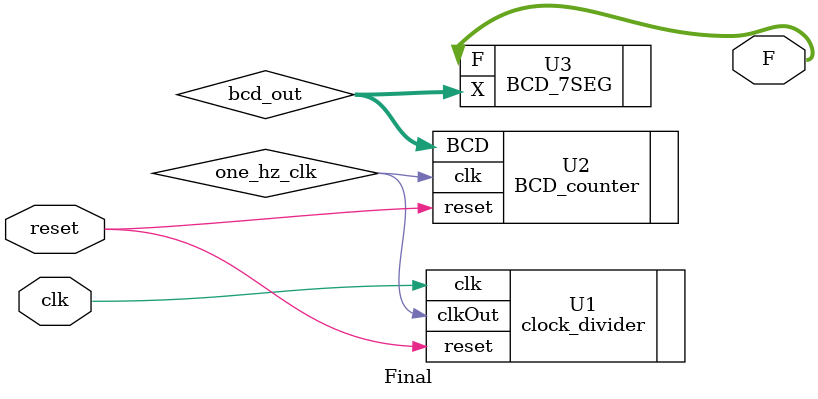
<source format=v>
module Final(clk, reset, F);
    input clk, reset;
    output [6:0] F;

    wire one_hz_clk;
    wire [3:0] bcd_out;

    clock_divider U1 (
        .clk(clk),
        .reset(reset),
        .clkOut(one_hz_clk)
    );

    BCD_counter U2 (
        .clk(one_hz_clk),
        .reset(reset),
        .BCD(bcd_out)
    );

    BCD_7SEG U3 (
        .X(bcd_out),
        .F(F)
    );

endmodule
</source>
